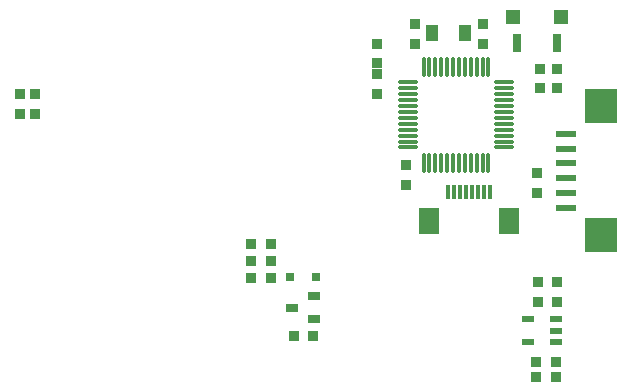
<source format=gbp>
G04*
G04 #@! TF.GenerationSoftware,Altium Limited,Altium Designer,18.1.9 (240)*
G04*
G04 Layer_Color=128*
%FSLAX25Y25*%
%MOIN*%
G70*
G01*
G75*
%ADD18R,0.03500X0.03500*%
%ADD23R,0.03500X0.03500*%
%ADD49R,0.10630X0.11811*%
%ADD50R,0.06693X0.02362*%
%ADD51O,0.06693X0.01181*%
%ADD52O,0.01181X0.06693*%
%ADD53R,0.01181X0.05118*%
%ADD54R,0.07087X0.08661*%
%ADD55R,0.03150X0.03150*%
%ADD56R,0.03937X0.03150*%
%ADD57R,0.04331X0.02362*%
%ADD58R,0.03937X0.05512*%
%ADD59R,0.04724X0.05118*%
%ADD60R,0.02756X0.05906*%
D18*
X425188Y181800D02*
D03*
X418688D02*
D03*
X506067Y168028D02*
D03*
X499567D02*
D03*
X506067Y173000D02*
D03*
X499567D02*
D03*
X506634Y193228D02*
D03*
X500134D02*
D03*
X506634Y199800D02*
D03*
X500134D02*
D03*
X404517Y201000D02*
D03*
X411017D02*
D03*
X404517Y212400D02*
D03*
X411017D02*
D03*
X404517Y206700D02*
D03*
X411017D02*
D03*
D23*
X499800Y229550D02*
D03*
Y236050D02*
D03*
X456000Y232200D02*
D03*
Y238700D02*
D03*
X446400Y272815D02*
D03*
Y279315D02*
D03*
X500726Y270876D02*
D03*
Y264376D02*
D03*
X459000Y279273D02*
D03*
Y285773D02*
D03*
X327600Y262450D02*
D03*
Y255950D02*
D03*
X446400Y262550D02*
D03*
Y269050D02*
D03*
X481800Y279273D02*
D03*
Y285773D02*
D03*
X506650Y270876D02*
D03*
Y264376D02*
D03*
X332400Y262450D02*
D03*
Y255950D02*
D03*
D49*
X521211Y258494D02*
D03*
Y215384D02*
D03*
D50*
X509400Y244321D02*
D03*
Y239400D02*
D03*
Y234479D02*
D03*
Y229557D02*
D03*
Y224636D02*
D03*
Y249242D02*
D03*
D51*
X456890Y266339D02*
D03*
Y264370D02*
D03*
Y262402D02*
D03*
Y260433D02*
D03*
Y258465D02*
D03*
Y256496D02*
D03*
Y254528D02*
D03*
Y252559D02*
D03*
Y250590D02*
D03*
Y248622D02*
D03*
Y246654D02*
D03*
Y244685D02*
D03*
X488779D02*
D03*
Y246654D02*
D03*
Y248622D02*
D03*
Y250590D02*
D03*
Y252559D02*
D03*
Y254528D02*
D03*
Y256496D02*
D03*
Y258465D02*
D03*
Y260433D02*
D03*
Y262402D02*
D03*
Y264370D02*
D03*
Y266339D02*
D03*
D52*
X462008Y239567D02*
D03*
X463976D02*
D03*
X465945D02*
D03*
X467913D02*
D03*
X469882D02*
D03*
X471850D02*
D03*
X473819D02*
D03*
X475787D02*
D03*
X477756D02*
D03*
X479724D02*
D03*
X481693D02*
D03*
X483661D02*
D03*
Y271457D02*
D03*
X481693D02*
D03*
X479724D02*
D03*
X477756D02*
D03*
X475787D02*
D03*
X473819D02*
D03*
X471850D02*
D03*
X469882D02*
D03*
X467913D02*
D03*
X465945D02*
D03*
X463976D02*
D03*
X462008D02*
D03*
D53*
X472244Y229909D02*
D03*
X474213D02*
D03*
X476181D02*
D03*
X478150D02*
D03*
X480118D02*
D03*
X482087D02*
D03*
X484055D02*
D03*
X470276D02*
D03*
D54*
X463779Y220079D02*
D03*
X490551Y220079D02*
D03*
D55*
X417469Y201600D02*
D03*
X426131D02*
D03*
D56*
X425540Y195000D02*
D03*
Y187520D02*
D03*
X418060Y191260D02*
D03*
D57*
X496819Y187340D02*
D03*
Y179860D02*
D03*
X506268D02*
D03*
Y183600D02*
D03*
Y187340D02*
D03*
D58*
X464888Y282780D02*
D03*
X475912D02*
D03*
D59*
X507674Y288225D02*
D03*
X491926D02*
D03*
D60*
X506493Y279564D02*
D03*
X493107D02*
D03*
M02*

</source>
